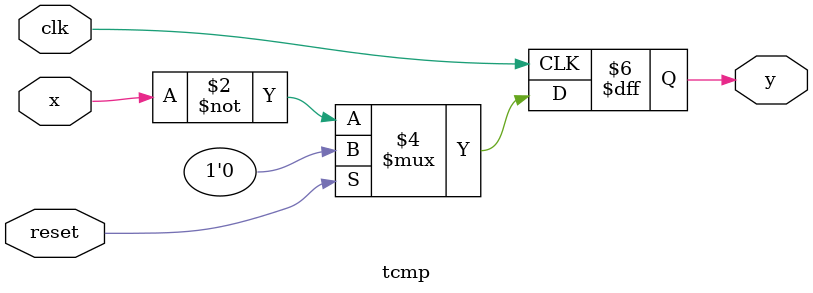
<source format=v>
`timescale 1ns/1ps

module tcmp
     (
    input x,
    input clk,
    input reset,
    output reg y
    );

    always @(posedge clk) begin
        if (reset) begin
            y <= 1'b0;
        end else begin
            y <= ~x;
        end
    end

    
endmodule
</source>
